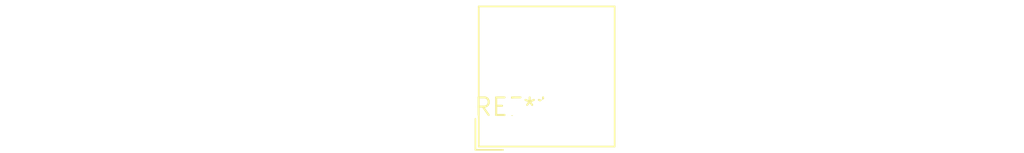
<source format=kicad_pcb>
(kicad_pcb (version 20240108) (generator pcbnew)
  (layers (0 "F.Cu" signal) (31 "B.Cu" signal) (34 "B.Paste" user) (35 "F.Paste" user) (36 "B.SilkS" user "B.Silkscreen") (37 "F.SilkS" user "F.Silkscreen") (38 "B.Mask" user) (39 "F.Mask" user) (44 "Edge.Cuts" user))
  (net 0 "")
  (footprint "TerminalBlock_Phoenix_PTSM-0,5-3-2.5-H-THR_1x03_P2.50mm_Horizontal" (layer "F.Cu") (at 0 0)
    (property "Reference" "REF**")
    (property "Value" "TerminalBlock_Phoenix_PTSM-0,5-3-2.5-H-THR_1x03_P2.50mm_Horizontal")
    (fp_line (start -2.65 0.86) (end -2.65 3.1) (layer "F.SilkS") (stroke (width 0.12)))
    (fp_line (start -2.65 3.1) (end -0.65 3.1) (layer "F.SilkS") (stroke (width 0.12)))
    (fp_line (start -2.41 -7.26) (end -2.41 2.86) (layer "F.SilkS") (stroke (width 0.12)))
    (fp_line (start -2.41 -7.26) (end 7.41 -7.26) (layer "F.SilkS") (stroke (width 0.12)))
    (fp_line (start -2.41 2.86) (end 7.41 2.86) (layer "F.SilkS") (stroke (width 0.12)))
    (fp_line (start 7.41 -7.26) (end 7.41 2.86) (layer "F.SilkS") (stroke (width 0.12)))
    (pad "1" thru_hole rect (at 0 -5) (size 1.8 3) (drill 1.2) (layers *.Cu *.Mask) (remove_unused_layers))
    (pad "1" thru_hole rect (at 0 0) (size 1.8 3) (drill 1.2) (layers *.Cu *.Mask) (remove_unused_layers))
    (pad "2" thru_hole oval (at 2.5 -5) (size 1.8 3) (drill 1.2) (layers *.Cu *.Mask) (remove_unused_layers))
    (pad "2" thru_hole oval (at 2.5 0) (size 1.8 3) (drill 1.2) (layers *.Cu *.Mask) (remove_unused_layers))
    (pad "3" thru_hole oval (at 5 -5) (size 1.8 3) (drill 1.2) (layers *.Cu *.Mask) (remove_unused_layers))
    (pad "3" thru_hole oval (at 5 0) (size 1.8 3) (drill 1.2) (layers *.Cu *.Mask) (remove_unused_layers))
  )
)
</source>
